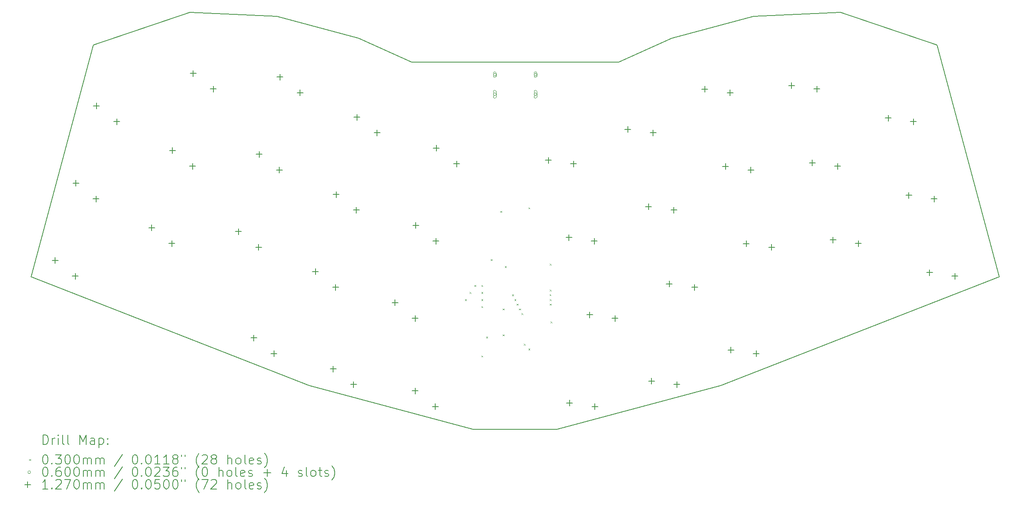
<source format=gbr>
%TF.GenerationSoftware,KiCad,Pcbnew,8.0.6+1*%
%TF.CreationDate,2024-12-07T22:08:26+01:00*%
%TF.ProjectId,keymini,6b65796d-696e-4692-9e6b-696361645f70,rev?*%
%TF.SameCoordinates,Original*%
%TF.FileFunction,Drillmap*%
%TF.FilePolarity,Positive*%
%FSLAX45Y45*%
G04 Gerber Fmt 4.5, Leading zero omitted, Abs format (unit mm)*
G04 Created by KiCad (PCBNEW 8.0.6+1) date 2024-12-07 22:08:26*
%MOMM*%
%LPD*%
G01*
G04 APERTURE LIST*
%ADD10C,0.200000*%
%ADD11C,0.100000*%
%ADD12C,0.127000*%
G04 APERTURE END LIST*
D10*
X9939290Y-2022820D02*
X8097100Y-1943320D01*
X25272100Y-7562770D02*
X23952150Y-2636560D01*
X21902900Y-1943320D02*
X20060710Y-2022820D01*
X15890636Y-10801230D02*
X19367970Y-9869480D01*
X23952150Y-2636560D02*
X21902900Y-1943320D01*
X11677960Y-2488700D02*
X9939290Y-2022820D01*
X4727900Y-7562770D02*
X10632030Y-9869480D01*
X8097100Y-1943320D02*
X6047850Y-2636560D01*
X17198130Y-3000000D02*
X12801870Y-3000000D01*
X6047850Y-2636560D02*
X4727900Y-7562770D01*
X10632030Y-9869480D02*
X14109364Y-10801230D01*
X18322040Y-2488700D02*
X17198130Y-3000000D01*
X14109364Y-10801230D02*
X15890636Y-10801230D01*
X20060710Y-2022820D02*
X18322040Y-2488700D01*
X19367970Y-9869480D02*
X25272100Y-7562770D01*
X12801870Y-3000000D02*
X11677960Y-2488700D01*
D11*
X13935000Y-8035000D02*
X13965000Y-8065000D01*
X13965000Y-8035000D02*
X13935000Y-8065000D01*
X14035000Y-7885000D02*
X14065000Y-7915000D01*
X14065000Y-7885000D02*
X14035000Y-7915000D01*
X14135000Y-7735000D02*
X14165000Y-7765000D01*
X14165000Y-7735000D02*
X14135000Y-7765000D01*
X14285000Y-7735000D02*
X14315000Y-7765000D01*
X14315000Y-7735000D02*
X14285000Y-7765000D01*
X14285000Y-7885000D02*
X14315000Y-7915000D01*
X14315000Y-7885000D02*
X14285000Y-7915000D01*
X14285000Y-8035000D02*
X14315000Y-8065000D01*
X14315000Y-8035000D02*
X14285000Y-8065000D01*
X14285000Y-8185000D02*
X14315000Y-8215000D01*
X14315000Y-8185000D02*
X14285000Y-8215000D01*
X14285000Y-9235000D02*
X14315000Y-9265000D01*
X14315000Y-9235000D02*
X14285000Y-9265000D01*
X14385000Y-8835000D02*
X14415000Y-8865000D01*
X14415000Y-8835000D02*
X14385000Y-8865000D01*
X14485000Y-7185000D02*
X14515000Y-7215000D01*
X14515000Y-7185000D02*
X14485000Y-7215000D01*
X14685000Y-6160000D02*
X14715000Y-6190000D01*
X14715000Y-6160000D02*
X14685000Y-6190000D01*
X14735000Y-8235000D02*
X14765000Y-8265000D01*
X14765000Y-8235000D02*
X14735000Y-8265000D01*
X14735000Y-8785000D02*
X14765000Y-8815000D01*
X14765000Y-8785000D02*
X14735000Y-8815000D01*
X14785000Y-7335000D02*
X14815000Y-7365000D01*
X14815000Y-7335000D02*
X14785000Y-7365000D01*
X14935000Y-7935000D02*
X14965000Y-7965000D01*
X14965000Y-7935000D02*
X14935000Y-7965000D01*
X14985000Y-8035000D02*
X15015000Y-8065000D01*
X15015000Y-8035000D02*
X14985000Y-8065000D01*
X15035000Y-8135000D02*
X15065000Y-8165000D01*
X15065000Y-8135000D02*
X15035000Y-8165000D01*
X15085000Y-8235000D02*
X15115000Y-8265000D01*
X15115000Y-8235000D02*
X15085000Y-8265000D01*
X15135000Y-8335000D02*
X15165000Y-8365000D01*
X15165000Y-8335000D02*
X15135000Y-8365000D01*
X15185000Y-8985000D02*
X15215000Y-9015000D01*
X15215000Y-8985000D02*
X15185000Y-9015000D01*
X15285000Y-6085000D02*
X15315000Y-6115000D01*
X15315000Y-6085000D02*
X15285000Y-6115000D01*
X15285000Y-9085000D02*
X15315000Y-9115000D01*
X15315000Y-9085000D02*
X15285000Y-9115000D01*
X15733139Y-7933139D02*
X15763139Y-7963139D01*
X15763139Y-7933139D02*
X15733139Y-7963139D01*
X15735000Y-7285000D02*
X15765000Y-7315000D01*
X15765000Y-7285000D02*
X15735000Y-7315000D01*
X15735000Y-7835000D02*
X15765000Y-7865000D01*
X15765000Y-7835000D02*
X15735000Y-7865000D01*
X15735000Y-8035000D02*
X15765000Y-8065000D01*
X15765000Y-8035000D02*
X15735000Y-8065000D01*
X15735000Y-8135000D02*
X15765000Y-8165000D01*
X15765000Y-8135000D02*
X15735000Y-8165000D01*
X15751278Y-8510000D02*
X15781278Y-8540000D01*
X15781278Y-8510000D02*
X15751278Y-8540000D01*
X14598000Y-3262500D02*
G75*
G02*
X14538000Y-3262500I-30000J0D01*
G01*
X14538000Y-3262500D02*
G75*
G02*
X14598000Y-3262500I30000J0D01*
G01*
X14598000Y-3292500D02*
X14598000Y-3232500D01*
X14538000Y-3232500D02*
G75*
G02*
X14598000Y-3232500I30000J0D01*
G01*
X14538000Y-3232500D02*
X14538000Y-3292500D01*
X14538000Y-3292500D02*
G75*
G03*
X14598000Y-3292500I30000J0D01*
G01*
X14598000Y-3680500D02*
G75*
G02*
X14538000Y-3680500I-30000J0D01*
G01*
X14538000Y-3680500D02*
G75*
G02*
X14598000Y-3680500I30000J0D01*
G01*
X14598000Y-3735500D02*
X14598000Y-3625500D01*
X14538000Y-3625500D02*
G75*
G02*
X14598000Y-3625500I30000J0D01*
G01*
X14538000Y-3625500D02*
X14538000Y-3735500D01*
X14538000Y-3735500D02*
G75*
G03*
X14598000Y-3735500I30000J0D01*
G01*
X15462000Y-3262500D02*
G75*
G02*
X15402000Y-3262500I-30000J0D01*
G01*
X15402000Y-3262500D02*
G75*
G02*
X15462000Y-3262500I30000J0D01*
G01*
X15462000Y-3292500D02*
X15462000Y-3232500D01*
X15402000Y-3232500D02*
G75*
G02*
X15462000Y-3232500I30000J0D01*
G01*
X15402000Y-3232500D02*
X15402000Y-3292500D01*
X15402000Y-3292500D02*
G75*
G03*
X15462000Y-3292500I30000J0D01*
G01*
X15462000Y-3680500D02*
G75*
G02*
X15402000Y-3680500I-30000J0D01*
G01*
X15402000Y-3680500D02*
G75*
G02*
X15462000Y-3680500I30000J0D01*
G01*
X15462000Y-3735500D02*
X15462000Y-3625500D01*
X15402000Y-3625500D02*
G75*
G02*
X15462000Y-3625500I30000J0D01*
G01*
X15402000Y-3625500D02*
X15402000Y-3735500D01*
X15402000Y-3735500D02*
G75*
G03*
X15462000Y-3735500I30000J0D01*
G01*
D12*
X5235886Y-7148842D02*
X5235886Y-7275842D01*
X5172386Y-7212342D02*
X5299386Y-7212342D01*
X5664497Y-7481096D02*
X5664497Y-7608096D01*
X5600997Y-7544596D02*
X5727997Y-7544596D01*
X5675886Y-5506742D02*
X5675886Y-5633742D01*
X5612386Y-5570242D02*
X5739386Y-5570242D01*
X6104497Y-5838996D02*
X6104497Y-5965996D01*
X6040997Y-5902496D02*
X6167997Y-5902496D01*
X6115886Y-3864642D02*
X6115886Y-3991642D01*
X6052386Y-3928142D02*
X6179386Y-3928142D01*
X6544497Y-4196896D02*
X6544497Y-4323896D01*
X6480997Y-4260396D02*
X6607997Y-4260396D01*
X7285186Y-6455542D02*
X7285186Y-6582542D01*
X7221686Y-6519042D02*
X7348686Y-6519042D01*
X7713797Y-6787796D02*
X7713797Y-6914796D01*
X7650297Y-6851296D02*
X7777297Y-6851296D01*
X7725086Y-4813542D02*
X7725086Y-4940542D01*
X7661586Y-4877042D02*
X7788586Y-4877042D01*
X8153697Y-5145796D02*
X8153697Y-5272796D01*
X8090197Y-5209296D02*
X8217197Y-5209296D01*
X8165086Y-3171442D02*
X8165086Y-3298442D01*
X8101586Y-3234942D02*
X8228586Y-3234942D01*
X8593697Y-3503696D02*
X8593697Y-3630696D01*
X8530197Y-3567196D02*
X8657197Y-3567196D01*
X9127286Y-6535042D02*
X9127286Y-6662042D01*
X9063786Y-6598542D02*
X9190786Y-6598542D01*
X9453186Y-8796442D02*
X9453186Y-8923442D01*
X9389686Y-8859942D02*
X9516686Y-8859942D01*
X9555897Y-6867296D02*
X9555897Y-6994296D01*
X9492397Y-6930796D02*
X9619397Y-6930796D01*
X9567286Y-4893042D02*
X9567286Y-5020042D01*
X9503786Y-4956542D02*
X9630786Y-4956542D01*
X9881797Y-9128696D02*
X9881797Y-9255696D01*
X9818297Y-9192196D02*
X9945297Y-9192196D01*
X9995897Y-5225296D02*
X9995897Y-5352296D01*
X9932397Y-5288796D02*
X10059397Y-5288796D01*
X10007286Y-3250942D02*
X10007286Y-3377942D01*
X9943786Y-3314442D02*
X10070786Y-3314442D01*
X10435897Y-3583196D02*
X10435897Y-3710196D01*
X10372397Y-3646696D02*
X10499397Y-3646696D01*
X10762486Y-7387342D02*
X10762486Y-7514342D01*
X10698986Y-7450842D02*
X10825986Y-7450842D01*
X11140086Y-9455542D02*
X11140086Y-9582542D01*
X11076586Y-9519042D02*
X11203586Y-9519042D01*
X11191097Y-7719596D02*
X11191097Y-7846596D01*
X11127597Y-7783096D02*
X11254597Y-7783096D01*
X11202486Y-5745242D02*
X11202486Y-5872242D01*
X11138986Y-5808742D02*
X11265986Y-5808742D01*
X11568697Y-9787796D02*
X11568697Y-9914796D01*
X11505197Y-9851296D02*
X11632197Y-9851296D01*
X11631097Y-6077496D02*
X11631097Y-6204496D01*
X11567597Y-6140996D02*
X11694597Y-6140996D01*
X11642486Y-4103142D02*
X11642486Y-4230142D01*
X11578986Y-4166642D02*
X11705986Y-4166642D01*
X12071097Y-4435396D02*
X12071097Y-4562396D01*
X12007597Y-4498896D02*
X12134597Y-4498896D01*
X12449386Y-8046342D02*
X12449386Y-8173342D01*
X12385886Y-8109842D02*
X12512886Y-8109842D01*
X12877997Y-8378596D02*
X12877997Y-8505596D01*
X12814497Y-8442096D02*
X12941497Y-8442096D01*
X12878686Y-9921442D02*
X12878686Y-10048442D01*
X12815186Y-9984942D02*
X12942186Y-9984942D01*
X12889386Y-6404342D02*
X12889386Y-6531342D01*
X12825886Y-6467842D02*
X12952886Y-6467842D01*
X13307297Y-10253696D02*
X13307297Y-10380696D01*
X13243797Y-10317196D02*
X13370797Y-10317196D01*
X13317997Y-6736596D02*
X13317997Y-6863596D01*
X13254497Y-6800096D02*
X13381497Y-6800096D01*
X13329386Y-4762242D02*
X13329386Y-4889242D01*
X13265886Y-4825742D02*
X13392886Y-4825742D01*
X13757997Y-5094496D02*
X13757997Y-5221496D01*
X13694497Y-5157996D02*
X13821497Y-5157996D01*
X15704688Y-5021061D02*
X15704688Y-5148061D01*
X15641188Y-5084561D02*
X15768188Y-5084561D01*
X16144688Y-6663161D02*
X16144688Y-6790161D01*
X16081188Y-6726661D02*
X16208188Y-6726661D01*
X16155388Y-10180261D02*
X16155388Y-10307261D01*
X16091888Y-10243761D02*
X16218888Y-10243761D01*
X16242003Y-5094496D02*
X16242003Y-5221496D01*
X16178503Y-5157996D02*
X16305503Y-5157996D01*
X16584688Y-8305161D02*
X16584688Y-8432161D01*
X16521188Y-8368661D02*
X16648188Y-8368661D01*
X16682003Y-6736596D02*
X16682003Y-6863596D01*
X16618503Y-6800096D02*
X16745503Y-6800096D01*
X16692703Y-10253696D02*
X16692703Y-10380696D01*
X16629203Y-10317196D02*
X16756203Y-10317196D01*
X17122003Y-8378596D02*
X17122003Y-8505596D01*
X17058503Y-8442096D02*
X17185503Y-8442096D01*
X17391588Y-4361961D02*
X17391588Y-4488961D01*
X17328088Y-4425461D02*
X17455088Y-4425461D01*
X17831588Y-6004061D02*
X17831588Y-6131061D01*
X17768088Y-6067561D02*
X17895088Y-6067561D01*
X17893988Y-9714361D02*
X17893988Y-9841361D01*
X17830488Y-9777861D02*
X17957488Y-9777861D01*
X17928903Y-4435396D02*
X17928903Y-4562396D01*
X17865403Y-4498896D02*
X17992403Y-4498896D01*
X18271588Y-7646161D02*
X18271588Y-7773161D01*
X18208088Y-7709661D02*
X18335088Y-7709661D01*
X18368903Y-6077496D02*
X18368903Y-6204496D01*
X18305403Y-6140996D02*
X18432403Y-6140996D01*
X18431303Y-9787796D02*
X18431303Y-9914796D01*
X18367803Y-9851296D02*
X18494803Y-9851296D01*
X18808903Y-7719596D02*
X18808903Y-7846596D01*
X18745403Y-7783096D02*
X18872403Y-7783096D01*
X19026788Y-3509761D02*
X19026788Y-3636761D01*
X18963288Y-3573261D02*
X19090288Y-3573261D01*
X19466788Y-5151861D02*
X19466788Y-5278861D01*
X19403288Y-5215361D02*
X19530288Y-5215361D01*
X19564103Y-3583196D02*
X19564103Y-3710196D01*
X19500603Y-3646696D02*
X19627603Y-3646696D01*
X19580888Y-9055261D02*
X19580888Y-9182261D01*
X19517388Y-9118761D02*
X19644388Y-9118761D01*
X19906788Y-6793861D02*
X19906788Y-6920861D01*
X19843288Y-6857361D02*
X19970288Y-6857361D01*
X20004103Y-5225296D02*
X20004103Y-5352296D01*
X19940603Y-5288796D02*
X20067603Y-5288796D01*
X20118203Y-9128696D02*
X20118203Y-9255696D01*
X20054703Y-9192196D02*
X20181703Y-9192196D01*
X20444103Y-6867296D02*
X20444103Y-6994296D01*
X20380603Y-6930796D02*
X20507603Y-6930796D01*
X20868988Y-3430261D02*
X20868988Y-3557261D01*
X20805488Y-3493761D02*
X20932488Y-3493761D01*
X21308988Y-5072361D02*
X21308988Y-5199361D01*
X21245488Y-5135861D02*
X21372488Y-5135861D01*
X21406303Y-3503696D02*
X21406303Y-3630696D01*
X21342803Y-3567196D02*
X21469803Y-3567196D01*
X21748888Y-6714361D02*
X21748888Y-6841361D01*
X21685388Y-6777861D02*
X21812388Y-6777861D01*
X21846303Y-5145796D02*
X21846303Y-5272796D01*
X21782803Y-5209296D02*
X21909803Y-5209296D01*
X22286203Y-6787796D02*
X22286203Y-6914796D01*
X22222703Y-6851296D02*
X22349703Y-6851296D01*
X22918188Y-4123461D02*
X22918188Y-4250461D01*
X22854688Y-4186961D02*
X22981688Y-4186961D01*
X23358188Y-5765561D02*
X23358188Y-5892561D01*
X23294688Y-5829061D02*
X23421688Y-5829061D01*
X23455503Y-4196896D02*
X23455503Y-4323896D01*
X23392003Y-4260396D02*
X23519003Y-4260396D01*
X23798188Y-7407661D02*
X23798188Y-7534661D01*
X23734688Y-7471161D02*
X23861688Y-7471161D01*
X23895503Y-5838996D02*
X23895503Y-5965996D01*
X23832003Y-5902496D02*
X23959003Y-5902496D01*
X24335503Y-7481096D02*
X24335503Y-7608096D01*
X24272003Y-7544596D02*
X24399003Y-7544596D01*
D10*
X4978677Y-11122714D02*
X4978677Y-10922714D01*
X4978677Y-10922714D02*
X5026296Y-10922714D01*
X5026296Y-10922714D02*
X5054867Y-10932238D01*
X5054867Y-10932238D02*
X5073915Y-10951285D01*
X5073915Y-10951285D02*
X5083439Y-10970333D01*
X5083439Y-10970333D02*
X5092963Y-11008428D01*
X5092963Y-11008428D02*
X5092963Y-11037000D01*
X5092963Y-11037000D02*
X5083439Y-11075095D01*
X5083439Y-11075095D02*
X5073915Y-11094142D01*
X5073915Y-11094142D02*
X5054867Y-11113190D01*
X5054867Y-11113190D02*
X5026296Y-11122714D01*
X5026296Y-11122714D02*
X4978677Y-11122714D01*
X5178677Y-11122714D02*
X5178677Y-10989380D01*
X5178677Y-11027476D02*
X5188201Y-11008428D01*
X5188201Y-11008428D02*
X5197724Y-10998904D01*
X5197724Y-10998904D02*
X5216772Y-10989380D01*
X5216772Y-10989380D02*
X5235820Y-10989380D01*
X5302486Y-11122714D02*
X5302486Y-10989380D01*
X5302486Y-10922714D02*
X5292963Y-10932238D01*
X5292963Y-10932238D02*
X5302486Y-10941761D01*
X5302486Y-10941761D02*
X5312010Y-10932238D01*
X5312010Y-10932238D02*
X5302486Y-10922714D01*
X5302486Y-10922714D02*
X5302486Y-10941761D01*
X5426296Y-11122714D02*
X5407248Y-11113190D01*
X5407248Y-11113190D02*
X5397724Y-11094142D01*
X5397724Y-11094142D02*
X5397724Y-10922714D01*
X5531058Y-11122714D02*
X5512010Y-11113190D01*
X5512010Y-11113190D02*
X5502486Y-11094142D01*
X5502486Y-11094142D02*
X5502486Y-10922714D01*
X5759629Y-11122714D02*
X5759629Y-10922714D01*
X5759629Y-10922714D02*
X5826296Y-11065571D01*
X5826296Y-11065571D02*
X5892962Y-10922714D01*
X5892962Y-10922714D02*
X5892962Y-11122714D01*
X6073915Y-11122714D02*
X6073915Y-11017952D01*
X6073915Y-11017952D02*
X6064391Y-10998904D01*
X6064391Y-10998904D02*
X6045343Y-10989380D01*
X6045343Y-10989380D02*
X6007248Y-10989380D01*
X6007248Y-10989380D02*
X5988201Y-10998904D01*
X6073915Y-11113190D02*
X6054867Y-11122714D01*
X6054867Y-11122714D02*
X6007248Y-11122714D01*
X6007248Y-11122714D02*
X5988201Y-11113190D01*
X5988201Y-11113190D02*
X5978677Y-11094142D01*
X5978677Y-11094142D02*
X5978677Y-11075095D01*
X5978677Y-11075095D02*
X5988201Y-11056047D01*
X5988201Y-11056047D02*
X6007248Y-11046523D01*
X6007248Y-11046523D02*
X6054867Y-11046523D01*
X6054867Y-11046523D02*
X6073915Y-11037000D01*
X6169153Y-10989380D02*
X6169153Y-11189380D01*
X6169153Y-10998904D02*
X6188201Y-10989380D01*
X6188201Y-10989380D02*
X6226296Y-10989380D01*
X6226296Y-10989380D02*
X6245343Y-10998904D01*
X6245343Y-10998904D02*
X6254867Y-11008428D01*
X6254867Y-11008428D02*
X6264391Y-11027476D01*
X6264391Y-11027476D02*
X6264391Y-11084619D01*
X6264391Y-11084619D02*
X6254867Y-11103666D01*
X6254867Y-11103666D02*
X6245343Y-11113190D01*
X6245343Y-11113190D02*
X6226296Y-11122714D01*
X6226296Y-11122714D02*
X6188201Y-11122714D01*
X6188201Y-11122714D02*
X6169153Y-11113190D01*
X6350105Y-11103666D02*
X6359629Y-11113190D01*
X6359629Y-11113190D02*
X6350105Y-11122714D01*
X6350105Y-11122714D02*
X6340582Y-11113190D01*
X6340582Y-11113190D02*
X6350105Y-11103666D01*
X6350105Y-11103666D02*
X6350105Y-11122714D01*
X6350105Y-10998904D02*
X6359629Y-11008428D01*
X6359629Y-11008428D02*
X6350105Y-11017952D01*
X6350105Y-11017952D02*
X6340582Y-11008428D01*
X6340582Y-11008428D02*
X6350105Y-10998904D01*
X6350105Y-10998904D02*
X6350105Y-11017952D01*
D11*
X4687900Y-11436230D02*
X4717900Y-11466230D01*
X4717900Y-11436230D02*
X4687900Y-11466230D01*
D10*
X5016772Y-11342714D02*
X5035820Y-11342714D01*
X5035820Y-11342714D02*
X5054867Y-11352238D01*
X5054867Y-11352238D02*
X5064391Y-11361761D01*
X5064391Y-11361761D02*
X5073915Y-11380809D01*
X5073915Y-11380809D02*
X5083439Y-11418904D01*
X5083439Y-11418904D02*
X5083439Y-11466523D01*
X5083439Y-11466523D02*
X5073915Y-11504618D01*
X5073915Y-11504618D02*
X5064391Y-11523666D01*
X5064391Y-11523666D02*
X5054867Y-11533190D01*
X5054867Y-11533190D02*
X5035820Y-11542714D01*
X5035820Y-11542714D02*
X5016772Y-11542714D01*
X5016772Y-11542714D02*
X4997724Y-11533190D01*
X4997724Y-11533190D02*
X4988201Y-11523666D01*
X4988201Y-11523666D02*
X4978677Y-11504618D01*
X4978677Y-11504618D02*
X4969153Y-11466523D01*
X4969153Y-11466523D02*
X4969153Y-11418904D01*
X4969153Y-11418904D02*
X4978677Y-11380809D01*
X4978677Y-11380809D02*
X4988201Y-11361761D01*
X4988201Y-11361761D02*
X4997724Y-11352238D01*
X4997724Y-11352238D02*
X5016772Y-11342714D01*
X5169153Y-11523666D02*
X5178677Y-11533190D01*
X5178677Y-11533190D02*
X5169153Y-11542714D01*
X5169153Y-11542714D02*
X5159629Y-11533190D01*
X5159629Y-11533190D02*
X5169153Y-11523666D01*
X5169153Y-11523666D02*
X5169153Y-11542714D01*
X5245344Y-11342714D02*
X5369153Y-11342714D01*
X5369153Y-11342714D02*
X5302486Y-11418904D01*
X5302486Y-11418904D02*
X5331058Y-11418904D01*
X5331058Y-11418904D02*
X5350105Y-11428428D01*
X5350105Y-11428428D02*
X5359629Y-11437952D01*
X5359629Y-11437952D02*
X5369153Y-11456999D01*
X5369153Y-11456999D02*
X5369153Y-11504618D01*
X5369153Y-11504618D02*
X5359629Y-11523666D01*
X5359629Y-11523666D02*
X5350105Y-11533190D01*
X5350105Y-11533190D02*
X5331058Y-11542714D01*
X5331058Y-11542714D02*
X5273915Y-11542714D01*
X5273915Y-11542714D02*
X5254867Y-11533190D01*
X5254867Y-11533190D02*
X5245344Y-11523666D01*
X5492963Y-11342714D02*
X5512010Y-11342714D01*
X5512010Y-11342714D02*
X5531058Y-11352238D01*
X5531058Y-11352238D02*
X5540582Y-11361761D01*
X5540582Y-11361761D02*
X5550105Y-11380809D01*
X5550105Y-11380809D02*
X5559629Y-11418904D01*
X5559629Y-11418904D02*
X5559629Y-11466523D01*
X5559629Y-11466523D02*
X5550105Y-11504618D01*
X5550105Y-11504618D02*
X5540582Y-11523666D01*
X5540582Y-11523666D02*
X5531058Y-11533190D01*
X5531058Y-11533190D02*
X5512010Y-11542714D01*
X5512010Y-11542714D02*
X5492963Y-11542714D01*
X5492963Y-11542714D02*
X5473915Y-11533190D01*
X5473915Y-11533190D02*
X5464391Y-11523666D01*
X5464391Y-11523666D02*
X5454867Y-11504618D01*
X5454867Y-11504618D02*
X5445344Y-11466523D01*
X5445344Y-11466523D02*
X5445344Y-11418904D01*
X5445344Y-11418904D02*
X5454867Y-11380809D01*
X5454867Y-11380809D02*
X5464391Y-11361761D01*
X5464391Y-11361761D02*
X5473915Y-11352238D01*
X5473915Y-11352238D02*
X5492963Y-11342714D01*
X5683439Y-11342714D02*
X5702486Y-11342714D01*
X5702486Y-11342714D02*
X5721534Y-11352238D01*
X5721534Y-11352238D02*
X5731058Y-11361761D01*
X5731058Y-11361761D02*
X5740582Y-11380809D01*
X5740582Y-11380809D02*
X5750105Y-11418904D01*
X5750105Y-11418904D02*
X5750105Y-11466523D01*
X5750105Y-11466523D02*
X5740582Y-11504618D01*
X5740582Y-11504618D02*
X5731058Y-11523666D01*
X5731058Y-11523666D02*
X5721534Y-11533190D01*
X5721534Y-11533190D02*
X5702486Y-11542714D01*
X5702486Y-11542714D02*
X5683439Y-11542714D01*
X5683439Y-11542714D02*
X5664391Y-11533190D01*
X5664391Y-11533190D02*
X5654867Y-11523666D01*
X5654867Y-11523666D02*
X5645343Y-11504618D01*
X5645343Y-11504618D02*
X5635820Y-11466523D01*
X5635820Y-11466523D02*
X5635820Y-11418904D01*
X5635820Y-11418904D02*
X5645343Y-11380809D01*
X5645343Y-11380809D02*
X5654867Y-11361761D01*
X5654867Y-11361761D02*
X5664391Y-11352238D01*
X5664391Y-11352238D02*
X5683439Y-11342714D01*
X5835820Y-11542714D02*
X5835820Y-11409380D01*
X5835820Y-11428428D02*
X5845343Y-11418904D01*
X5845343Y-11418904D02*
X5864391Y-11409380D01*
X5864391Y-11409380D02*
X5892963Y-11409380D01*
X5892963Y-11409380D02*
X5912010Y-11418904D01*
X5912010Y-11418904D02*
X5921534Y-11437952D01*
X5921534Y-11437952D02*
X5921534Y-11542714D01*
X5921534Y-11437952D02*
X5931058Y-11418904D01*
X5931058Y-11418904D02*
X5950105Y-11409380D01*
X5950105Y-11409380D02*
X5978677Y-11409380D01*
X5978677Y-11409380D02*
X5997724Y-11418904D01*
X5997724Y-11418904D02*
X6007248Y-11437952D01*
X6007248Y-11437952D02*
X6007248Y-11542714D01*
X6102486Y-11542714D02*
X6102486Y-11409380D01*
X6102486Y-11428428D02*
X6112010Y-11418904D01*
X6112010Y-11418904D02*
X6131058Y-11409380D01*
X6131058Y-11409380D02*
X6159629Y-11409380D01*
X6159629Y-11409380D02*
X6178677Y-11418904D01*
X6178677Y-11418904D02*
X6188201Y-11437952D01*
X6188201Y-11437952D02*
X6188201Y-11542714D01*
X6188201Y-11437952D02*
X6197724Y-11418904D01*
X6197724Y-11418904D02*
X6216772Y-11409380D01*
X6216772Y-11409380D02*
X6245343Y-11409380D01*
X6245343Y-11409380D02*
X6264391Y-11418904D01*
X6264391Y-11418904D02*
X6273915Y-11437952D01*
X6273915Y-11437952D02*
X6273915Y-11542714D01*
X6664391Y-11333190D02*
X6492963Y-11590333D01*
X6921534Y-11342714D02*
X6940582Y-11342714D01*
X6940582Y-11342714D02*
X6959629Y-11352238D01*
X6959629Y-11352238D02*
X6969153Y-11361761D01*
X6969153Y-11361761D02*
X6978677Y-11380809D01*
X6978677Y-11380809D02*
X6988201Y-11418904D01*
X6988201Y-11418904D02*
X6988201Y-11466523D01*
X6988201Y-11466523D02*
X6978677Y-11504618D01*
X6978677Y-11504618D02*
X6969153Y-11523666D01*
X6969153Y-11523666D02*
X6959629Y-11533190D01*
X6959629Y-11533190D02*
X6940582Y-11542714D01*
X6940582Y-11542714D02*
X6921534Y-11542714D01*
X6921534Y-11542714D02*
X6902486Y-11533190D01*
X6902486Y-11533190D02*
X6892963Y-11523666D01*
X6892963Y-11523666D02*
X6883439Y-11504618D01*
X6883439Y-11504618D02*
X6873915Y-11466523D01*
X6873915Y-11466523D02*
X6873915Y-11418904D01*
X6873915Y-11418904D02*
X6883439Y-11380809D01*
X6883439Y-11380809D02*
X6892963Y-11361761D01*
X6892963Y-11361761D02*
X6902486Y-11352238D01*
X6902486Y-11352238D02*
X6921534Y-11342714D01*
X7073915Y-11523666D02*
X7083439Y-11533190D01*
X7083439Y-11533190D02*
X7073915Y-11542714D01*
X7073915Y-11542714D02*
X7064391Y-11533190D01*
X7064391Y-11533190D02*
X7073915Y-11523666D01*
X7073915Y-11523666D02*
X7073915Y-11542714D01*
X7207248Y-11342714D02*
X7226296Y-11342714D01*
X7226296Y-11342714D02*
X7245344Y-11352238D01*
X7245344Y-11352238D02*
X7254867Y-11361761D01*
X7254867Y-11361761D02*
X7264391Y-11380809D01*
X7264391Y-11380809D02*
X7273915Y-11418904D01*
X7273915Y-11418904D02*
X7273915Y-11466523D01*
X7273915Y-11466523D02*
X7264391Y-11504618D01*
X7264391Y-11504618D02*
X7254867Y-11523666D01*
X7254867Y-11523666D02*
X7245344Y-11533190D01*
X7245344Y-11533190D02*
X7226296Y-11542714D01*
X7226296Y-11542714D02*
X7207248Y-11542714D01*
X7207248Y-11542714D02*
X7188201Y-11533190D01*
X7188201Y-11533190D02*
X7178677Y-11523666D01*
X7178677Y-11523666D02*
X7169153Y-11504618D01*
X7169153Y-11504618D02*
X7159629Y-11466523D01*
X7159629Y-11466523D02*
X7159629Y-11418904D01*
X7159629Y-11418904D02*
X7169153Y-11380809D01*
X7169153Y-11380809D02*
X7178677Y-11361761D01*
X7178677Y-11361761D02*
X7188201Y-11352238D01*
X7188201Y-11352238D02*
X7207248Y-11342714D01*
X7464391Y-11542714D02*
X7350106Y-11542714D01*
X7407248Y-11542714D02*
X7407248Y-11342714D01*
X7407248Y-11342714D02*
X7388201Y-11371285D01*
X7388201Y-11371285D02*
X7369153Y-11390333D01*
X7369153Y-11390333D02*
X7350106Y-11399857D01*
X7654867Y-11542714D02*
X7540582Y-11542714D01*
X7597725Y-11542714D02*
X7597725Y-11342714D01*
X7597725Y-11342714D02*
X7578677Y-11371285D01*
X7578677Y-11371285D02*
X7559629Y-11390333D01*
X7559629Y-11390333D02*
X7540582Y-11399857D01*
X7769153Y-11428428D02*
X7750106Y-11418904D01*
X7750106Y-11418904D02*
X7740582Y-11409380D01*
X7740582Y-11409380D02*
X7731058Y-11390333D01*
X7731058Y-11390333D02*
X7731058Y-11380809D01*
X7731058Y-11380809D02*
X7740582Y-11361761D01*
X7740582Y-11361761D02*
X7750106Y-11352238D01*
X7750106Y-11352238D02*
X7769153Y-11342714D01*
X7769153Y-11342714D02*
X7807248Y-11342714D01*
X7807248Y-11342714D02*
X7826296Y-11352238D01*
X7826296Y-11352238D02*
X7835820Y-11361761D01*
X7835820Y-11361761D02*
X7845344Y-11380809D01*
X7845344Y-11380809D02*
X7845344Y-11390333D01*
X7845344Y-11390333D02*
X7835820Y-11409380D01*
X7835820Y-11409380D02*
X7826296Y-11418904D01*
X7826296Y-11418904D02*
X7807248Y-11428428D01*
X7807248Y-11428428D02*
X7769153Y-11428428D01*
X7769153Y-11428428D02*
X7750106Y-11437952D01*
X7750106Y-11437952D02*
X7740582Y-11447476D01*
X7740582Y-11447476D02*
X7731058Y-11466523D01*
X7731058Y-11466523D02*
X7731058Y-11504618D01*
X7731058Y-11504618D02*
X7740582Y-11523666D01*
X7740582Y-11523666D02*
X7750106Y-11533190D01*
X7750106Y-11533190D02*
X7769153Y-11542714D01*
X7769153Y-11542714D02*
X7807248Y-11542714D01*
X7807248Y-11542714D02*
X7826296Y-11533190D01*
X7826296Y-11533190D02*
X7835820Y-11523666D01*
X7835820Y-11523666D02*
X7845344Y-11504618D01*
X7845344Y-11504618D02*
X7845344Y-11466523D01*
X7845344Y-11466523D02*
X7835820Y-11447476D01*
X7835820Y-11447476D02*
X7826296Y-11437952D01*
X7826296Y-11437952D02*
X7807248Y-11428428D01*
X7921534Y-11342714D02*
X7921534Y-11380809D01*
X7997725Y-11342714D02*
X7997725Y-11380809D01*
X8292963Y-11618904D02*
X8283439Y-11609380D01*
X8283439Y-11609380D02*
X8264391Y-11580809D01*
X8264391Y-11580809D02*
X8254868Y-11561761D01*
X8254868Y-11561761D02*
X8245344Y-11533190D01*
X8245344Y-11533190D02*
X8235820Y-11485571D01*
X8235820Y-11485571D02*
X8235820Y-11447476D01*
X8235820Y-11447476D02*
X8245344Y-11399857D01*
X8245344Y-11399857D02*
X8254868Y-11371285D01*
X8254868Y-11371285D02*
X8264391Y-11352238D01*
X8264391Y-11352238D02*
X8283439Y-11323666D01*
X8283439Y-11323666D02*
X8292963Y-11314142D01*
X8359629Y-11361761D02*
X8369153Y-11352238D01*
X8369153Y-11352238D02*
X8388201Y-11342714D01*
X8388201Y-11342714D02*
X8435820Y-11342714D01*
X8435820Y-11342714D02*
X8454868Y-11352238D01*
X8454868Y-11352238D02*
X8464391Y-11361761D01*
X8464391Y-11361761D02*
X8473915Y-11380809D01*
X8473915Y-11380809D02*
X8473915Y-11399857D01*
X8473915Y-11399857D02*
X8464391Y-11428428D01*
X8464391Y-11428428D02*
X8350106Y-11542714D01*
X8350106Y-11542714D02*
X8473915Y-11542714D01*
X8588201Y-11428428D02*
X8569153Y-11418904D01*
X8569153Y-11418904D02*
X8559630Y-11409380D01*
X8559630Y-11409380D02*
X8550106Y-11390333D01*
X8550106Y-11390333D02*
X8550106Y-11380809D01*
X8550106Y-11380809D02*
X8559630Y-11361761D01*
X8559630Y-11361761D02*
X8569153Y-11352238D01*
X8569153Y-11352238D02*
X8588201Y-11342714D01*
X8588201Y-11342714D02*
X8626296Y-11342714D01*
X8626296Y-11342714D02*
X8645344Y-11352238D01*
X8645344Y-11352238D02*
X8654868Y-11361761D01*
X8654868Y-11361761D02*
X8664391Y-11380809D01*
X8664391Y-11380809D02*
X8664391Y-11390333D01*
X8664391Y-11390333D02*
X8654868Y-11409380D01*
X8654868Y-11409380D02*
X8645344Y-11418904D01*
X8645344Y-11418904D02*
X8626296Y-11428428D01*
X8626296Y-11428428D02*
X8588201Y-11428428D01*
X8588201Y-11428428D02*
X8569153Y-11437952D01*
X8569153Y-11437952D02*
X8559630Y-11447476D01*
X8559630Y-11447476D02*
X8550106Y-11466523D01*
X8550106Y-11466523D02*
X8550106Y-11504618D01*
X8550106Y-11504618D02*
X8559630Y-11523666D01*
X8559630Y-11523666D02*
X8569153Y-11533190D01*
X8569153Y-11533190D02*
X8588201Y-11542714D01*
X8588201Y-11542714D02*
X8626296Y-11542714D01*
X8626296Y-11542714D02*
X8645344Y-11533190D01*
X8645344Y-11533190D02*
X8654868Y-11523666D01*
X8654868Y-11523666D02*
X8664391Y-11504618D01*
X8664391Y-11504618D02*
X8664391Y-11466523D01*
X8664391Y-11466523D02*
X8654868Y-11447476D01*
X8654868Y-11447476D02*
X8645344Y-11437952D01*
X8645344Y-11437952D02*
X8626296Y-11428428D01*
X8902487Y-11542714D02*
X8902487Y-11342714D01*
X8988201Y-11542714D02*
X8988201Y-11437952D01*
X8988201Y-11437952D02*
X8978677Y-11418904D01*
X8978677Y-11418904D02*
X8959630Y-11409380D01*
X8959630Y-11409380D02*
X8931058Y-11409380D01*
X8931058Y-11409380D02*
X8912011Y-11418904D01*
X8912011Y-11418904D02*
X8902487Y-11428428D01*
X9112011Y-11542714D02*
X9092963Y-11533190D01*
X9092963Y-11533190D02*
X9083439Y-11523666D01*
X9083439Y-11523666D02*
X9073915Y-11504618D01*
X9073915Y-11504618D02*
X9073915Y-11447476D01*
X9073915Y-11447476D02*
X9083439Y-11428428D01*
X9083439Y-11428428D02*
X9092963Y-11418904D01*
X9092963Y-11418904D02*
X9112011Y-11409380D01*
X9112011Y-11409380D02*
X9140582Y-11409380D01*
X9140582Y-11409380D02*
X9159630Y-11418904D01*
X9159630Y-11418904D02*
X9169153Y-11428428D01*
X9169153Y-11428428D02*
X9178677Y-11447476D01*
X9178677Y-11447476D02*
X9178677Y-11504618D01*
X9178677Y-11504618D02*
X9169153Y-11523666D01*
X9169153Y-11523666D02*
X9159630Y-11533190D01*
X9159630Y-11533190D02*
X9140582Y-11542714D01*
X9140582Y-11542714D02*
X9112011Y-11542714D01*
X9292963Y-11542714D02*
X9273915Y-11533190D01*
X9273915Y-11533190D02*
X9264392Y-11514142D01*
X9264392Y-11514142D02*
X9264392Y-11342714D01*
X9445344Y-11533190D02*
X9426296Y-11542714D01*
X9426296Y-11542714D02*
X9388201Y-11542714D01*
X9388201Y-11542714D02*
X9369153Y-11533190D01*
X9369153Y-11533190D02*
X9359630Y-11514142D01*
X9359630Y-11514142D02*
X9359630Y-11437952D01*
X9359630Y-11437952D02*
X9369153Y-11418904D01*
X9369153Y-11418904D02*
X9388201Y-11409380D01*
X9388201Y-11409380D02*
X9426296Y-11409380D01*
X9426296Y-11409380D02*
X9445344Y-11418904D01*
X9445344Y-11418904D02*
X9454868Y-11437952D01*
X9454868Y-11437952D02*
X9454868Y-11456999D01*
X9454868Y-11456999D02*
X9359630Y-11476047D01*
X9531058Y-11533190D02*
X9550106Y-11542714D01*
X9550106Y-11542714D02*
X9588201Y-11542714D01*
X9588201Y-11542714D02*
X9607249Y-11533190D01*
X9607249Y-11533190D02*
X9616773Y-11514142D01*
X9616773Y-11514142D02*
X9616773Y-11504618D01*
X9616773Y-11504618D02*
X9607249Y-11485571D01*
X9607249Y-11485571D02*
X9588201Y-11476047D01*
X9588201Y-11476047D02*
X9559630Y-11476047D01*
X9559630Y-11476047D02*
X9540582Y-11466523D01*
X9540582Y-11466523D02*
X9531058Y-11447476D01*
X9531058Y-11447476D02*
X9531058Y-11437952D01*
X9531058Y-11437952D02*
X9540582Y-11418904D01*
X9540582Y-11418904D02*
X9559630Y-11409380D01*
X9559630Y-11409380D02*
X9588201Y-11409380D01*
X9588201Y-11409380D02*
X9607249Y-11418904D01*
X9683439Y-11618904D02*
X9692963Y-11609380D01*
X9692963Y-11609380D02*
X9712011Y-11580809D01*
X9712011Y-11580809D02*
X9721534Y-11561761D01*
X9721534Y-11561761D02*
X9731058Y-11533190D01*
X9731058Y-11533190D02*
X9740582Y-11485571D01*
X9740582Y-11485571D02*
X9740582Y-11447476D01*
X9740582Y-11447476D02*
X9731058Y-11399857D01*
X9731058Y-11399857D02*
X9721534Y-11371285D01*
X9721534Y-11371285D02*
X9712011Y-11352238D01*
X9712011Y-11352238D02*
X9692963Y-11323666D01*
X9692963Y-11323666D02*
X9683439Y-11314142D01*
D11*
X4717900Y-11715230D02*
G75*
G02*
X4657900Y-11715230I-30000J0D01*
G01*
X4657900Y-11715230D02*
G75*
G02*
X4717900Y-11715230I30000J0D01*
G01*
D10*
X5016772Y-11606714D02*
X5035820Y-11606714D01*
X5035820Y-11606714D02*
X5054867Y-11616238D01*
X5054867Y-11616238D02*
X5064391Y-11625761D01*
X5064391Y-11625761D02*
X5073915Y-11644809D01*
X5073915Y-11644809D02*
X5083439Y-11682904D01*
X5083439Y-11682904D02*
X5083439Y-11730523D01*
X5083439Y-11730523D02*
X5073915Y-11768618D01*
X5073915Y-11768618D02*
X5064391Y-11787666D01*
X5064391Y-11787666D02*
X5054867Y-11797190D01*
X5054867Y-11797190D02*
X5035820Y-11806714D01*
X5035820Y-11806714D02*
X5016772Y-11806714D01*
X5016772Y-11806714D02*
X4997724Y-11797190D01*
X4997724Y-11797190D02*
X4988201Y-11787666D01*
X4988201Y-11787666D02*
X4978677Y-11768618D01*
X4978677Y-11768618D02*
X4969153Y-11730523D01*
X4969153Y-11730523D02*
X4969153Y-11682904D01*
X4969153Y-11682904D02*
X4978677Y-11644809D01*
X4978677Y-11644809D02*
X4988201Y-11625761D01*
X4988201Y-11625761D02*
X4997724Y-11616238D01*
X4997724Y-11616238D02*
X5016772Y-11606714D01*
X5169153Y-11787666D02*
X5178677Y-11797190D01*
X5178677Y-11797190D02*
X5169153Y-11806714D01*
X5169153Y-11806714D02*
X5159629Y-11797190D01*
X5159629Y-11797190D02*
X5169153Y-11787666D01*
X5169153Y-11787666D02*
X5169153Y-11806714D01*
X5350105Y-11606714D02*
X5312010Y-11606714D01*
X5312010Y-11606714D02*
X5292963Y-11616238D01*
X5292963Y-11616238D02*
X5283439Y-11625761D01*
X5283439Y-11625761D02*
X5264391Y-11654333D01*
X5264391Y-11654333D02*
X5254867Y-11692428D01*
X5254867Y-11692428D02*
X5254867Y-11768618D01*
X5254867Y-11768618D02*
X5264391Y-11787666D01*
X5264391Y-11787666D02*
X5273915Y-11797190D01*
X5273915Y-11797190D02*
X5292963Y-11806714D01*
X5292963Y-11806714D02*
X5331058Y-11806714D01*
X5331058Y-11806714D02*
X5350105Y-11797190D01*
X5350105Y-11797190D02*
X5359629Y-11787666D01*
X5359629Y-11787666D02*
X5369153Y-11768618D01*
X5369153Y-11768618D02*
X5369153Y-11720999D01*
X5369153Y-11720999D02*
X5359629Y-11701952D01*
X5359629Y-11701952D02*
X5350105Y-11692428D01*
X5350105Y-11692428D02*
X5331058Y-11682904D01*
X5331058Y-11682904D02*
X5292963Y-11682904D01*
X5292963Y-11682904D02*
X5273915Y-11692428D01*
X5273915Y-11692428D02*
X5264391Y-11701952D01*
X5264391Y-11701952D02*
X5254867Y-11720999D01*
X5492963Y-11606714D02*
X5512010Y-11606714D01*
X5512010Y-11606714D02*
X5531058Y-11616238D01*
X5531058Y-11616238D02*
X5540582Y-11625761D01*
X5540582Y-11625761D02*
X5550105Y-11644809D01*
X5550105Y-11644809D02*
X5559629Y-11682904D01*
X5559629Y-11682904D02*
X5559629Y-11730523D01*
X5559629Y-11730523D02*
X5550105Y-11768618D01*
X5550105Y-11768618D02*
X5540582Y-11787666D01*
X5540582Y-11787666D02*
X5531058Y-11797190D01*
X5531058Y-11797190D02*
X5512010Y-11806714D01*
X5512010Y-11806714D02*
X5492963Y-11806714D01*
X5492963Y-11806714D02*
X5473915Y-11797190D01*
X5473915Y-11797190D02*
X5464391Y-11787666D01*
X5464391Y-11787666D02*
X5454867Y-11768618D01*
X5454867Y-11768618D02*
X5445344Y-11730523D01*
X5445344Y-11730523D02*
X5445344Y-11682904D01*
X5445344Y-11682904D02*
X5454867Y-11644809D01*
X5454867Y-11644809D02*
X5464391Y-11625761D01*
X5464391Y-11625761D02*
X5473915Y-11616238D01*
X5473915Y-11616238D02*
X5492963Y-11606714D01*
X5683439Y-11606714D02*
X5702486Y-11606714D01*
X5702486Y-11606714D02*
X5721534Y-11616238D01*
X5721534Y-11616238D02*
X5731058Y-11625761D01*
X5731058Y-11625761D02*
X5740582Y-11644809D01*
X5740582Y-11644809D02*
X5750105Y-11682904D01*
X5750105Y-11682904D02*
X5750105Y-11730523D01*
X5750105Y-11730523D02*
X5740582Y-11768618D01*
X5740582Y-11768618D02*
X5731058Y-11787666D01*
X5731058Y-11787666D02*
X5721534Y-11797190D01*
X5721534Y-11797190D02*
X5702486Y-11806714D01*
X5702486Y-11806714D02*
X5683439Y-11806714D01*
X5683439Y-11806714D02*
X5664391Y-11797190D01*
X5664391Y-11797190D02*
X5654867Y-11787666D01*
X5654867Y-11787666D02*
X5645343Y-11768618D01*
X5645343Y-11768618D02*
X5635820Y-11730523D01*
X5635820Y-11730523D02*
X5635820Y-11682904D01*
X5635820Y-11682904D02*
X5645343Y-11644809D01*
X5645343Y-11644809D02*
X5654867Y-11625761D01*
X5654867Y-11625761D02*
X5664391Y-11616238D01*
X5664391Y-11616238D02*
X5683439Y-11606714D01*
X5835820Y-11806714D02*
X5835820Y-11673380D01*
X5835820Y-11692428D02*
X5845343Y-11682904D01*
X5845343Y-11682904D02*
X5864391Y-11673380D01*
X5864391Y-11673380D02*
X5892963Y-11673380D01*
X5892963Y-11673380D02*
X5912010Y-11682904D01*
X5912010Y-11682904D02*
X5921534Y-11701952D01*
X5921534Y-11701952D02*
X5921534Y-11806714D01*
X5921534Y-11701952D02*
X5931058Y-11682904D01*
X5931058Y-11682904D02*
X5950105Y-11673380D01*
X5950105Y-11673380D02*
X5978677Y-11673380D01*
X5978677Y-11673380D02*
X5997724Y-11682904D01*
X5997724Y-11682904D02*
X6007248Y-11701952D01*
X6007248Y-11701952D02*
X6007248Y-11806714D01*
X6102486Y-11806714D02*
X6102486Y-11673380D01*
X6102486Y-11692428D02*
X6112010Y-11682904D01*
X6112010Y-11682904D02*
X6131058Y-11673380D01*
X6131058Y-11673380D02*
X6159629Y-11673380D01*
X6159629Y-11673380D02*
X6178677Y-11682904D01*
X6178677Y-11682904D02*
X6188201Y-11701952D01*
X6188201Y-11701952D02*
X6188201Y-11806714D01*
X6188201Y-11701952D02*
X6197724Y-11682904D01*
X6197724Y-11682904D02*
X6216772Y-11673380D01*
X6216772Y-11673380D02*
X6245343Y-11673380D01*
X6245343Y-11673380D02*
X6264391Y-11682904D01*
X6264391Y-11682904D02*
X6273915Y-11701952D01*
X6273915Y-11701952D02*
X6273915Y-11806714D01*
X6664391Y-11597190D02*
X6492963Y-11854333D01*
X6921534Y-11606714D02*
X6940582Y-11606714D01*
X6940582Y-11606714D02*
X6959629Y-11616238D01*
X6959629Y-11616238D02*
X6969153Y-11625761D01*
X6969153Y-11625761D02*
X6978677Y-11644809D01*
X6978677Y-11644809D02*
X6988201Y-11682904D01*
X6988201Y-11682904D02*
X6988201Y-11730523D01*
X6988201Y-11730523D02*
X6978677Y-11768618D01*
X6978677Y-11768618D02*
X6969153Y-11787666D01*
X6969153Y-11787666D02*
X6959629Y-11797190D01*
X6959629Y-11797190D02*
X6940582Y-11806714D01*
X6940582Y-11806714D02*
X6921534Y-11806714D01*
X6921534Y-11806714D02*
X6902486Y-11797190D01*
X6902486Y-11797190D02*
X6892963Y-11787666D01*
X6892963Y-11787666D02*
X6883439Y-11768618D01*
X6883439Y-11768618D02*
X6873915Y-11730523D01*
X6873915Y-11730523D02*
X6873915Y-11682904D01*
X6873915Y-11682904D02*
X6883439Y-11644809D01*
X6883439Y-11644809D02*
X6892963Y-11625761D01*
X6892963Y-11625761D02*
X6902486Y-11616238D01*
X6902486Y-11616238D02*
X6921534Y-11606714D01*
X7073915Y-11787666D02*
X7083439Y-11797190D01*
X7083439Y-11797190D02*
X7073915Y-11806714D01*
X7073915Y-11806714D02*
X7064391Y-11797190D01*
X7064391Y-11797190D02*
X7073915Y-11787666D01*
X7073915Y-11787666D02*
X7073915Y-11806714D01*
X7207248Y-11606714D02*
X7226296Y-11606714D01*
X7226296Y-11606714D02*
X7245344Y-11616238D01*
X7245344Y-11616238D02*
X7254867Y-11625761D01*
X7254867Y-11625761D02*
X7264391Y-11644809D01*
X7264391Y-11644809D02*
X7273915Y-11682904D01*
X7273915Y-11682904D02*
X7273915Y-11730523D01*
X7273915Y-11730523D02*
X7264391Y-11768618D01*
X7264391Y-11768618D02*
X7254867Y-11787666D01*
X7254867Y-11787666D02*
X7245344Y-11797190D01*
X7245344Y-11797190D02*
X7226296Y-11806714D01*
X7226296Y-11806714D02*
X7207248Y-11806714D01*
X7207248Y-11806714D02*
X7188201Y-11797190D01*
X7188201Y-11797190D02*
X7178677Y-11787666D01*
X7178677Y-11787666D02*
X7169153Y-11768618D01*
X7169153Y-11768618D02*
X7159629Y-11730523D01*
X7159629Y-11730523D02*
X7159629Y-11682904D01*
X7159629Y-11682904D02*
X7169153Y-11644809D01*
X7169153Y-11644809D02*
X7178677Y-11625761D01*
X7178677Y-11625761D02*
X7188201Y-11616238D01*
X7188201Y-11616238D02*
X7207248Y-11606714D01*
X7350106Y-11625761D02*
X7359629Y-11616238D01*
X7359629Y-11616238D02*
X7378677Y-11606714D01*
X7378677Y-11606714D02*
X7426296Y-11606714D01*
X7426296Y-11606714D02*
X7445344Y-11616238D01*
X7445344Y-11616238D02*
X7454867Y-11625761D01*
X7454867Y-11625761D02*
X7464391Y-11644809D01*
X7464391Y-11644809D02*
X7464391Y-11663857D01*
X7464391Y-11663857D02*
X7454867Y-11692428D01*
X7454867Y-11692428D02*
X7340582Y-11806714D01*
X7340582Y-11806714D02*
X7464391Y-11806714D01*
X7531058Y-11606714D02*
X7654867Y-11606714D01*
X7654867Y-11606714D02*
X7588201Y-11682904D01*
X7588201Y-11682904D02*
X7616772Y-11682904D01*
X7616772Y-11682904D02*
X7635820Y-11692428D01*
X7635820Y-11692428D02*
X7645344Y-11701952D01*
X7645344Y-11701952D02*
X7654867Y-11720999D01*
X7654867Y-11720999D02*
X7654867Y-11768618D01*
X7654867Y-11768618D02*
X7645344Y-11787666D01*
X7645344Y-11787666D02*
X7635820Y-11797190D01*
X7635820Y-11797190D02*
X7616772Y-11806714D01*
X7616772Y-11806714D02*
X7559629Y-11806714D01*
X7559629Y-11806714D02*
X7540582Y-11797190D01*
X7540582Y-11797190D02*
X7531058Y-11787666D01*
X7826296Y-11606714D02*
X7788201Y-11606714D01*
X7788201Y-11606714D02*
X7769153Y-11616238D01*
X7769153Y-11616238D02*
X7759629Y-11625761D01*
X7759629Y-11625761D02*
X7740582Y-11654333D01*
X7740582Y-11654333D02*
X7731058Y-11692428D01*
X7731058Y-11692428D02*
X7731058Y-11768618D01*
X7731058Y-11768618D02*
X7740582Y-11787666D01*
X7740582Y-11787666D02*
X7750106Y-11797190D01*
X7750106Y-11797190D02*
X7769153Y-11806714D01*
X7769153Y-11806714D02*
X7807248Y-11806714D01*
X7807248Y-11806714D02*
X7826296Y-11797190D01*
X7826296Y-11797190D02*
X7835820Y-11787666D01*
X7835820Y-11787666D02*
X7845344Y-11768618D01*
X7845344Y-11768618D02*
X7845344Y-11720999D01*
X7845344Y-11720999D02*
X7835820Y-11701952D01*
X7835820Y-11701952D02*
X7826296Y-11692428D01*
X7826296Y-11692428D02*
X7807248Y-11682904D01*
X7807248Y-11682904D02*
X7769153Y-11682904D01*
X7769153Y-11682904D02*
X7750106Y-11692428D01*
X7750106Y-11692428D02*
X7740582Y-11701952D01*
X7740582Y-11701952D02*
X7731058Y-11720999D01*
X7921534Y-11606714D02*
X7921534Y-11644809D01*
X7997725Y-11606714D02*
X7997725Y-11644809D01*
X8292963Y-11882904D02*
X8283439Y-11873380D01*
X8283439Y-11873380D02*
X8264391Y-11844809D01*
X8264391Y-11844809D02*
X8254868Y-11825761D01*
X8254868Y-11825761D02*
X8245344Y-11797190D01*
X8245344Y-11797190D02*
X8235820Y-11749571D01*
X8235820Y-11749571D02*
X8235820Y-11711476D01*
X8235820Y-11711476D02*
X8245344Y-11663857D01*
X8245344Y-11663857D02*
X8254868Y-11635285D01*
X8254868Y-11635285D02*
X8264391Y-11616238D01*
X8264391Y-11616238D02*
X8283439Y-11587666D01*
X8283439Y-11587666D02*
X8292963Y-11578142D01*
X8407249Y-11606714D02*
X8426296Y-11606714D01*
X8426296Y-11606714D02*
X8445344Y-11616238D01*
X8445344Y-11616238D02*
X8454868Y-11625761D01*
X8454868Y-11625761D02*
X8464391Y-11644809D01*
X8464391Y-11644809D02*
X8473915Y-11682904D01*
X8473915Y-11682904D02*
X8473915Y-11730523D01*
X8473915Y-11730523D02*
X8464391Y-11768618D01*
X8464391Y-11768618D02*
X8454868Y-11787666D01*
X8454868Y-11787666D02*
X8445344Y-11797190D01*
X8445344Y-11797190D02*
X8426296Y-11806714D01*
X8426296Y-11806714D02*
X8407249Y-11806714D01*
X8407249Y-11806714D02*
X8388201Y-11797190D01*
X8388201Y-11797190D02*
X8378677Y-11787666D01*
X8378677Y-11787666D02*
X8369153Y-11768618D01*
X8369153Y-11768618D02*
X8359629Y-11730523D01*
X8359629Y-11730523D02*
X8359629Y-11682904D01*
X8359629Y-11682904D02*
X8369153Y-11644809D01*
X8369153Y-11644809D02*
X8378677Y-11625761D01*
X8378677Y-11625761D02*
X8388201Y-11616238D01*
X8388201Y-11616238D02*
X8407249Y-11606714D01*
X8712011Y-11806714D02*
X8712011Y-11606714D01*
X8797725Y-11806714D02*
X8797725Y-11701952D01*
X8797725Y-11701952D02*
X8788201Y-11682904D01*
X8788201Y-11682904D02*
X8769153Y-11673380D01*
X8769153Y-11673380D02*
X8740582Y-11673380D01*
X8740582Y-11673380D02*
X8721534Y-11682904D01*
X8721534Y-11682904D02*
X8712011Y-11692428D01*
X8921534Y-11806714D02*
X8902487Y-11797190D01*
X8902487Y-11797190D02*
X8892963Y-11787666D01*
X8892963Y-11787666D02*
X8883439Y-11768618D01*
X8883439Y-11768618D02*
X8883439Y-11711476D01*
X8883439Y-11711476D02*
X8892963Y-11692428D01*
X8892963Y-11692428D02*
X8902487Y-11682904D01*
X8902487Y-11682904D02*
X8921534Y-11673380D01*
X8921534Y-11673380D02*
X8950106Y-11673380D01*
X8950106Y-11673380D02*
X8969153Y-11682904D01*
X8969153Y-11682904D02*
X8978677Y-11692428D01*
X8978677Y-11692428D02*
X8988201Y-11711476D01*
X8988201Y-11711476D02*
X8988201Y-11768618D01*
X8988201Y-11768618D02*
X8978677Y-11787666D01*
X8978677Y-11787666D02*
X8969153Y-11797190D01*
X8969153Y-11797190D02*
X8950106Y-11806714D01*
X8950106Y-11806714D02*
X8921534Y-11806714D01*
X9102487Y-11806714D02*
X9083439Y-11797190D01*
X9083439Y-11797190D02*
X9073915Y-11778142D01*
X9073915Y-11778142D02*
X9073915Y-11606714D01*
X9254868Y-11797190D02*
X9235820Y-11806714D01*
X9235820Y-11806714D02*
X9197725Y-11806714D01*
X9197725Y-11806714D02*
X9178677Y-11797190D01*
X9178677Y-11797190D02*
X9169153Y-11778142D01*
X9169153Y-11778142D02*
X9169153Y-11701952D01*
X9169153Y-11701952D02*
X9178677Y-11682904D01*
X9178677Y-11682904D02*
X9197725Y-11673380D01*
X9197725Y-11673380D02*
X9235820Y-11673380D01*
X9235820Y-11673380D02*
X9254868Y-11682904D01*
X9254868Y-11682904D02*
X9264392Y-11701952D01*
X9264392Y-11701952D02*
X9264392Y-11720999D01*
X9264392Y-11720999D02*
X9169153Y-11740047D01*
X9340582Y-11797190D02*
X9359630Y-11806714D01*
X9359630Y-11806714D02*
X9397725Y-11806714D01*
X9397725Y-11806714D02*
X9416773Y-11797190D01*
X9416773Y-11797190D02*
X9426296Y-11778142D01*
X9426296Y-11778142D02*
X9426296Y-11768618D01*
X9426296Y-11768618D02*
X9416773Y-11749571D01*
X9416773Y-11749571D02*
X9397725Y-11740047D01*
X9397725Y-11740047D02*
X9369153Y-11740047D01*
X9369153Y-11740047D02*
X9350106Y-11730523D01*
X9350106Y-11730523D02*
X9340582Y-11711476D01*
X9340582Y-11711476D02*
X9340582Y-11701952D01*
X9340582Y-11701952D02*
X9350106Y-11682904D01*
X9350106Y-11682904D02*
X9369153Y-11673380D01*
X9369153Y-11673380D02*
X9397725Y-11673380D01*
X9397725Y-11673380D02*
X9416773Y-11682904D01*
X9664392Y-11730523D02*
X9816773Y-11730523D01*
X9740582Y-11806714D02*
X9740582Y-11654333D01*
X10150106Y-11673380D02*
X10150106Y-11806714D01*
X10102487Y-11597190D02*
X10054868Y-11740047D01*
X10054868Y-11740047D02*
X10178677Y-11740047D01*
X10397725Y-11797190D02*
X10416773Y-11806714D01*
X10416773Y-11806714D02*
X10454868Y-11806714D01*
X10454868Y-11806714D02*
X10473916Y-11797190D01*
X10473916Y-11797190D02*
X10483439Y-11778142D01*
X10483439Y-11778142D02*
X10483439Y-11768618D01*
X10483439Y-11768618D02*
X10473916Y-11749571D01*
X10473916Y-11749571D02*
X10454868Y-11740047D01*
X10454868Y-11740047D02*
X10426296Y-11740047D01*
X10426296Y-11740047D02*
X10407249Y-11730523D01*
X10407249Y-11730523D02*
X10397725Y-11711476D01*
X10397725Y-11711476D02*
X10397725Y-11701952D01*
X10397725Y-11701952D02*
X10407249Y-11682904D01*
X10407249Y-11682904D02*
X10426296Y-11673380D01*
X10426296Y-11673380D02*
X10454868Y-11673380D01*
X10454868Y-11673380D02*
X10473916Y-11682904D01*
X10597725Y-11806714D02*
X10578677Y-11797190D01*
X10578677Y-11797190D02*
X10569154Y-11778142D01*
X10569154Y-11778142D02*
X10569154Y-11606714D01*
X10702487Y-11806714D02*
X10683439Y-11797190D01*
X10683439Y-11797190D02*
X10673916Y-11787666D01*
X10673916Y-11787666D02*
X10664392Y-11768618D01*
X10664392Y-11768618D02*
X10664392Y-11711476D01*
X10664392Y-11711476D02*
X10673916Y-11692428D01*
X10673916Y-11692428D02*
X10683439Y-11682904D01*
X10683439Y-11682904D02*
X10702487Y-11673380D01*
X10702487Y-11673380D02*
X10731058Y-11673380D01*
X10731058Y-11673380D02*
X10750106Y-11682904D01*
X10750106Y-11682904D02*
X10759630Y-11692428D01*
X10759630Y-11692428D02*
X10769154Y-11711476D01*
X10769154Y-11711476D02*
X10769154Y-11768618D01*
X10769154Y-11768618D02*
X10759630Y-11787666D01*
X10759630Y-11787666D02*
X10750106Y-11797190D01*
X10750106Y-11797190D02*
X10731058Y-11806714D01*
X10731058Y-11806714D02*
X10702487Y-11806714D01*
X10826297Y-11673380D02*
X10902487Y-11673380D01*
X10854868Y-11606714D02*
X10854868Y-11778142D01*
X10854868Y-11778142D02*
X10864392Y-11797190D01*
X10864392Y-11797190D02*
X10883439Y-11806714D01*
X10883439Y-11806714D02*
X10902487Y-11806714D01*
X10959630Y-11797190D02*
X10978677Y-11806714D01*
X10978677Y-11806714D02*
X11016773Y-11806714D01*
X11016773Y-11806714D02*
X11035820Y-11797190D01*
X11035820Y-11797190D02*
X11045344Y-11778142D01*
X11045344Y-11778142D02*
X11045344Y-11768618D01*
X11045344Y-11768618D02*
X11035820Y-11749571D01*
X11035820Y-11749571D02*
X11016773Y-11740047D01*
X11016773Y-11740047D02*
X10988201Y-11740047D01*
X10988201Y-11740047D02*
X10969154Y-11730523D01*
X10969154Y-11730523D02*
X10959630Y-11711476D01*
X10959630Y-11711476D02*
X10959630Y-11701952D01*
X10959630Y-11701952D02*
X10969154Y-11682904D01*
X10969154Y-11682904D02*
X10988201Y-11673380D01*
X10988201Y-11673380D02*
X11016773Y-11673380D01*
X11016773Y-11673380D02*
X11035820Y-11682904D01*
X11112011Y-11882904D02*
X11121535Y-11873380D01*
X11121535Y-11873380D02*
X11140582Y-11844809D01*
X11140582Y-11844809D02*
X11150106Y-11825761D01*
X11150106Y-11825761D02*
X11159630Y-11797190D01*
X11159630Y-11797190D02*
X11169154Y-11749571D01*
X11169154Y-11749571D02*
X11169154Y-11711476D01*
X11169154Y-11711476D02*
X11159630Y-11663857D01*
X11159630Y-11663857D02*
X11150106Y-11635285D01*
X11150106Y-11635285D02*
X11140582Y-11616238D01*
X11140582Y-11616238D02*
X11121535Y-11587666D01*
X11121535Y-11587666D02*
X11112011Y-11578142D01*
D12*
X4654400Y-11915730D02*
X4654400Y-12042730D01*
X4590900Y-11979230D02*
X4717900Y-11979230D01*
D10*
X5083439Y-12070714D02*
X4969153Y-12070714D01*
X5026296Y-12070714D02*
X5026296Y-11870714D01*
X5026296Y-11870714D02*
X5007248Y-11899285D01*
X5007248Y-11899285D02*
X4988201Y-11918333D01*
X4988201Y-11918333D02*
X4969153Y-11927857D01*
X5169153Y-12051666D02*
X5178677Y-12061190D01*
X5178677Y-12061190D02*
X5169153Y-12070714D01*
X5169153Y-12070714D02*
X5159629Y-12061190D01*
X5159629Y-12061190D02*
X5169153Y-12051666D01*
X5169153Y-12051666D02*
X5169153Y-12070714D01*
X5254867Y-11889761D02*
X5264391Y-11880238D01*
X5264391Y-11880238D02*
X5283439Y-11870714D01*
X5283439Y-11870714D02*
X5331058Y-11870714D01*
X5331058Y-11870714D02*
X5350105Y-11880238D01*
X5350105Y-11880238D02*
X5359629Y-11889761D01*
X5359629Y-11889761D02*
X5369153Y-11908809D01*
X5369153Y-11908809D02*
X5369153Y-11927857D01*
X5369153Y-11927857D02*
X5359629Y-11956428D01*
X5359629Y-11956428D02*
X5245344Y-12070714D01*
X5245344Y-12070714D02*
X5369153Y-12070714D01*
X5435820Y-11870714D02*
X5569153Y-11870714D01*
X5569153Y-11870714D02*
X5483439Y-12070714D01*
X5683439Y-11870714D02*
X5702486Y-11870714D01*
X5702486Y-11870714D02*
X5721534Y-11880238D01*
X5721534Y-11880238D02*
X5731058Y-11889761D01*
X5731058Y-11889761D02*
X5740582Y-11908809D01*
X5740582Y-11908809D02*
X5750105Y-11946904D01*
X5750105Y-11946904D02*
X5750105Y-11994523D01*
X5750105Y-11994523D02*
X5740582Y-12032618D01*
X5740582Y-12032618D02*
X5731058Y-12051666D01*
X5731058Y-12051666D02*
X5721534Y-12061190D01*
X5721534Y-12061190D02*
X5702486Y-12070714D01*
X5702486Y-12070714D02*
X5683439Y-12070714D01*
X5683439Y-12070714D02*
X5664391Y-12061190D01*
X5664391Y-12061190D02*
X5654867Y-12051666D01*
X5654867Y-12051666D02*
X5645343Y-12032618D01*
X5645343Y-12032618D02*
X5635820Y-11994523D01*
X5635820Y-11994523D02*
X5635820Y-11946904D01*
X5635820Y-11946904D02*
X5645343Y-11908809D01*
X5645343Y-11908809D02*
X5654867Y-11889761D01*
X5654867Y-11889761D02*
X5664391Y-11880238D01*
X5664391Y-11880238D02*
X5683439Y-11870714D01*
X5835820Y-12070714D02*
X5835820Y-11937380D01*
X5835820Y-11956428D02*
X5845343Y-11946904D01*
X5845343Y-11946904D02*
X5864391Y-11937380D01*
X5864391Y-11937380D02*
X5892963Y-11937380D01*
X5892963Y-11937380D02*
X5912010Y-11946904D01*
X5912010Y-11946904D02*
X5921534Y-11965952D01*
X5921534Y-11965952D02*
X5921534Y-12070714D01*
X5921534Y-11965952D02*
X5931058Y-11946904D01*
X5931058Y-11946904D02*
X5950105Y-11937380D01*
X5950105Y-11937380D02*
X5978677Y-11937380D01*
X5978677Y-11937380D02*
X5997724Y-11946904D01*
X5997724Y-11946904D02*
X6007248Y-11965952D01*
X6007248Y-11965952D02*
X6007248Y-12070714D01*
X6102486Y-12070714D02*
X6102486Y-11937380D01*
X6102486Y-11956428D02*
X6112010Y-11946904D01*
X6112010Y-11946904D02*
X6131058Y-11937380D01*
X6131058Y-11937380D02*
X6159629Y-11937380D01*
X6159629Y-11937380D02*
X6178677Y-11946904D01*
X6178677Y-11946904D02*
X6188201Y-11965952D01*
X6188201Y-11965952D02*
X6188201Y-12070714D01*
X6188201Y-11965952D02*
X6197724Y-11946904D01*
X6197724Y-11946904D02*
X6216772Y-11937380D01*
X6216772Y-11937380D02*
X6245343Y-11937380D01*
X6245343Y-11937380D02*
X6264391Y-11946904D01*
X6264391Y-11946904D02*
X6273915Y-11965952D01*
X6273915Y-11965952D02*
X6273915Y-12070714D01*
X6664391Y-11861190D02*
X6492963Y-12118333D01*
X6921534Y-11870714D02*
X6940582Y-11870714D01*
X6940582Y-11870714D02*
X6959629Y-11880238D01*
X6959629Y-11880238D02*
X6969153Y-11889761D01*
X6969153Y-11889761D02*
X6978677Y-11908809D01*
X6978677Y-11908809D02*
X6988201Y-11946904D01*
X6988201Y-11946904D02*
X6988201Y-11994523D01*
X6988201Y-11994523D02*
X6978677Y-12032618D01*
X6978677Y-12032618D02*
X6969153Y-12051666D01*
X6969153Y-12051666D02*
X6959629Y-12061190D01*
X6959629Y-12061190D02*
X6940582Y-12070714D01*
X6940582Y-12070714D02*
X6921534Y-12070714D01*
X6921534Y-12070714D02*
X6902486Y-12061190D01*
X6902486Y-12061190D02*
X6892963Y-12051666D01*
X6892963Y-12051666D02*
X6883439Y-12032618D01*
X6883439Y-12032618D02*
X6873915Y-11994523D01*
X6873915Y-11994523D02*
X6873915Y-11946904D01*
X6873915Y-11946904D02*
X6883439Y-11908809D01*
X6883439Y-11908809D02*
X6892963Y-11889761D01*
X6892963Y-11889761D02*
X6902486Y-11880238D01*
X6902486Y-11880238D02*
X6921534Y-11870714D01*
X7073915Y-12051666D02*
X7083439Y-12061190D01*
X7083439Y-12061190D02*
X7073915Y-12070714D01*
X7073915Y-12070714D02*
X7064391Y-12061190D01*
X7064391Y-12061190D02*
X7073915Y-12051666D01*
X7073915Y-12051666D02*
X7073915Y-12070714D01*
X7207248Y-11870714D02*
X7226296Y-11870714D01*
X7226296Y-11870714D02*
X7245344Y-11880238D01*
X7245344Y-11880238D02*
X7254867Y-11889761D01*
X7254867Y-11889761D02*
X7264391Y-11908809D01*
X7264391Y-11908809D02*
X7273915Y-11946904D01*
X7273915Y-11946904D02*
X7273915Y-11994523D01*
X7273915Y-11994523D02*
X7264391Y-12032618D01*
X7264391Y-12032618D02*
X7254867Y-12051666D01*
X7254867Y-12051666D02*
X7245344Y-12061190D01*
X7245344Y-12061190D02*
X7226296Y-12070714D01*
X7226296Y-12070714D02*
X7207248Y-12070714D01*
X7207248Y-12070714D02*
X7188201Y-12061190D01*
X7188201Y-12061190D02*
X7178677Y-12051666D01*
X7178677Y-12051666D02*
X7169153Y-12032618D01*
X7169153Y-12032618D02*
X7159629Y-11994523D01*
X7159629Y-11994523D02*
X7159629Y-11946904D01*
X7159629Y-11946904D02*
X7169153Y-11908809D01*
X7169153Y-11908809D02*
X7178677Y-11889761D01*
X7178677Y-11889761D02*
X7188201Y-11880238D01*
X7188201Y-11880238D02*
X7207248Y-11870714D01*
X7454867Y-11870714D02*
X7359629Y-11870714D01*
X7359629Y-11870714D02*
X7350106Y-11965952D01*
X7350106Y-11965952D02*
X7359629Y-11956428D01*
X7359629Y-11956428D02*
X7378677Y-11946904D01*
X7378677Y-11946904D02*
X7426296Y-11946904D01*
X7426296Y-11946904D02*
X7445344Y-11956428D01*
X7445344Y-11956428D02*
X7454867Y-11965952D01*
X7454867Y-11965952D02*
X7464391Y-11984999D01*
X7464391Y-11984999D02*
X7464391Y-12032618D01*
X7464391Y-12032618D02*
X7454867Y-12051666D01*
X7454867Y-12051666D02*
X7445344Y-12061190D01*
X7445344Y-12061190D02*
X7426296Y-12070714D01*
X7426296Y-12070714D02*
X7378677Y-12070714D01*
X7378677Y-12070714D02*
X7359629Y-12061190D01*
X7359629Y-12061190D02*
X7350106Y-12051666D01*
X7588201Y-11870714D02*
X7607248Y-11870714D01*
X7607248Y-11870714D02*
X7626296Y-11880238D01*
X7626296Y-11880238D02*
X7635820Y-11889761D01*
X7635820Y-11889761D02*
X7645344Y-11908809D01*
X7645344Y-11908809D02*
X7654867Y-11946904D01*
X7654867Y-11946904D02*
X7654867Y-11994523D01*
X7654867Y-11994523D02*
X7645344Y-12032618D01*
X7645344Y-12032618D02*
X7635820Y-12051666D01*
X7635820Y-12051666D02*
X7626296Y-12061190D01*
X7626296Y-12061190D02*
X7607248Y-12070714D01*
X7607248Y-12070714D02*
X7588201Y-12070714D01*
X7588201Y-12070714D02*
X7569153Y-12061190D01*
X7569153Y-12061190D02*
X7559629Y-12051666D01*
X7559629Y-12051666D02*
X7550106Y-12032618D01*
X7550106Y-12032618D02*
X7540582Y-11994523D01*
X7540582Y-11994523D02*
X7540582Y-11946904D01*
X7540582Y-11946904D02*
X7550106Y-11908809D01*
X7550106Y-11908809D02*
X7559629Y-11889761D01*
X7559629Y-11889761D02*
X7569153Y-11880238D01*
X7569153Y-11880238D02*
X7588201Y-11870714D01*
X7778677Y-11870714D02*
X7797725Y-11870714D01*
X7797725Y-11870714D02*
X7816772Y-11880238D01*
X7816772Y-11880238D02*
X7826296Y-11889761D01*
X7826296Y-11889761D02*
X7835820Y-11908809D01*
X7835820Y-11908809D02*
X7845344Y-11946904D01*
X7845344Y-11946904D02*
X7845344Y-11994523D01*
X7845344Y-11994523D02*
X7835820Y-12032618D01*
X7835820Y-12032618D02*
X7826296Y-12051666D01*
X7826296Y-12051666D02*
X7816772Y-12061190D01*
X7816772Y-12061190D02*
X7797725Y-12070714D01*
X7797725Y-12070714D02*
X7778677Y-12070714D01*
X7778677Y-12070714D02*
X7759629Y-12061190D01*
X7759629Y-12061190D02*
X7750106Y-12051666D01*
X7750106Y-12051666D02*
X7740582Y-12032618D01*
X7740582Y-12032618D02*
X7731058Y-11994523D01*
X7731058Y-11994523D02*
X7731058Y-11946904D01*
X7731058Y-11946904D02*
X7740582Y-11908809D01*
X7740582Y-11908809D02*
X7750106Y-11889761D01*
X7750106Y-11889761D02*
X7759629Y-11880238D01*
X7759629Y-11880238D02*
X7778677Y-11870714D01*
X7921534Y-11870714D02*
X7921534Y-11908809D01*
X7997725Y-11870714D02*
X7997725Y-11908809D01*
X8292963Y-12146904D02*
X8283439Y-12137380D01*
X8283439Y-12137380D02*
X8264391Y-12108809D01*
X8264391Y-12108809D02*
X8254868Y-12089761D01*
X8254868Y-12089761D02*
X8245344Y-12061190D01*
X8245344Y-12061190D02*
X8235820Y-12013571D01*
X8235820Y-12013571D02*
X8235820Y-11975476D01*
X8235820Y-11975476D02*
X8245344Y-11927857D01*
X8245344Y-11927857D02*
X8254868Y-11899285D01*
X8254868Y-11899285D02*
X8264391Y-11880238D01*
X8264391Y-11880238D02*
X8283439Y-11851666D01*
X8283439Y-11851666D02*
X8292963Y-11842142D01*
X8350106Y-11870714D02*
X8483439Y-11870714D01*
X8483439Y-11870714D02*
X8397725Y-12070714D01*
X8550106Y-11889761D02*
X8559630Y-11880238D01*
X8559630Y-11880238D02*
X8578677Y-11870714D01*
X8578677Y-11870714D02*
X8626296Y-11870714D01*
X8626296Y-11870714D02*
X8645344Y-11880238D01*
X8645344Y-11880238D02*
X8654868Y-11889761D01*
X8654868Y-11889761D02*
X8664391Y-11908809D01*
X8664391Y-11908809D02*
X8664391Y-11927857D01*
X8664391Y-11927857D02*
X8654868Y-11956428D01*
X8654868Y-11956428D02*
X8540582Y-12070714D01*
X8540582Y-12070714D02*
X8664391Y-12070714D01*
X8902487Y-12070714D02*
X8902487Y-11870714D01*
X8988201Y-12070714D02*
X8988201Y-11965952D01*
X8988201Y-11965952D02*
X8978677Y-11946904D01*
X8978677Y-11946904D02*
X8959630Y-11937380D01*
X8959630Y-11937380D02*
X8931058Y-11937380D01*
X8931058Y-11937380D02*
X8912011Y-11946904D01*
X8912011Y-11946904D02*
X8902487Y-11956428D01*
X9112011Y-12070714D02*
X9092963Y-12061190D01*
X9092963Y-12061190D02*
X9083439Y-12051666D01*
X9083439Y-12051666D02*
X9073915Y-12032618D01*
X9073915Y-12032618D02*
X9073915Y-11975476D01*
X9073915Y-11975476D02*
X9083439Y-11956428D01*
X9083439Y-11956428D02*
X9092963Y-11946904D01*
X9092963Y-11946904D02*
X9112011Y-11937380D01*
X9112011Y-11937380D02*
X9140582Y-11937380D01*
X9140582Y-11937380D02*
X9159630Y-11946904D01*
X9159630Y-11946904D02*
X9169153Y-11956428D01*
X9169153Y-11956428D02*
X9178677Y-11975476D01*
X9178677Y-11975476D02*
X9178677Y-12032618D01*
X9178677Y-12032618D02*
X9169153Y-12051666D01*
X9169153Y-12051666D02*
X9159630Y-12061190D01*
X9159630Y-12061190D02*
X9140582Y-12070714D01*
X9140582Y-12070714D02*
X9112011Y-12070714D01*
X9292963Y-12070714D02*
X9273915Y-12061190D01*
X9273915Y-12061190D02*
X9264392Y-12042142D01*
X9264392Y-12042142D02*
X9264392Y-11870714D01*
X9445344Y-12061190D02*
X9426296Y-12070714D01*
X9426296Y-12070714D02*
X9388201Y-12070714D01*
X9388201Y-12070714D02*
X9369153Y-12061190D01*
X9369153Y-12061190D02*
X9359630Y-12042142D01*
X9359630Y-12042142D02*
X9359630Y-11965952D01*
X9359630Y-11965952D02*
X9369153Y-11946904D01*
X9369153Y-11946904D02*
X9388201Y-11937380D01*
X9388201Y-11937380D02*
X9426296Y-11937380D01*
X9426296Y-11937380D02*
X9445344Y-11946904D01*
X9445344Y-11946904D02*
X9454868Y-11965952D01*
X9454868Y-11965952D02*
X9454868Y-11984999D01*
X9454868Y-11984999D02*
X9359630Y-12004047D01*
X9531058Y-12061190D02*
X9550106Y-12070714D01*
X9550106Y-12070714D02*
X9588201Y-12070714D01*
X9588201Y-12070714D02*
X9607249Y-12061190D01*
X9607249Y-12061190D02*
X9616773Y-12042142D01*
X9616773Y-12042142D02*
X9616773Y-12032618D01*
X9616773Y-12032618D02*
X9607249Y-12013571D01*
X9607249Y-12013571D02*
X9588201Y-12004047D01*
X9588201Y-12004047D02*
X9559630Y-12004047D01*
X9559630Y-12004047D02*
X9540582Y-11994523D01*
X9540582Y-11994523D02*
X9531058Y-11975476D01*
X9531058Y-11975476D02*
X9531058Y-11965952D01*
X9531058Y-11965952D02*
X9540582Y-11946904D01*
X9540582Y-11946904D02*
X9559630Y-11937380D01*
X9559630Y-11937380D02*
X9588201Y-11937380D01*
X9588201Y-11937380D02*
X9607249Y-11946904D01*
X9683439Y-12146904D02*
X9692963Y-12137380D01*
X9692963Y-12137380D02*
X9712011Y-12108809D01*
X9712011Y-12108809D02*
X9721534Y-12089761D01*
X9721534Y-12089761D02*
X9731058Y-12061190D01*
X9731058Y-12061190D02*
X9740582Y-12013571D01*
X9740582Y-12013571D02*
X9740582Y-11975476D01*
X9740582Y-11975476D02*
X9731058Y-11927857D01*
X9731058Y-11927857D02*
X9721534Y-11899285D01*
X9721534Y-11899285D02*
X9712011Y-11880238D01*
X9712011Y-11880238D02*
X9692963Y-11851666D01*
X9692963Y-11851666D02*
X9683439Y-11842142D01*
M02*

</source>
